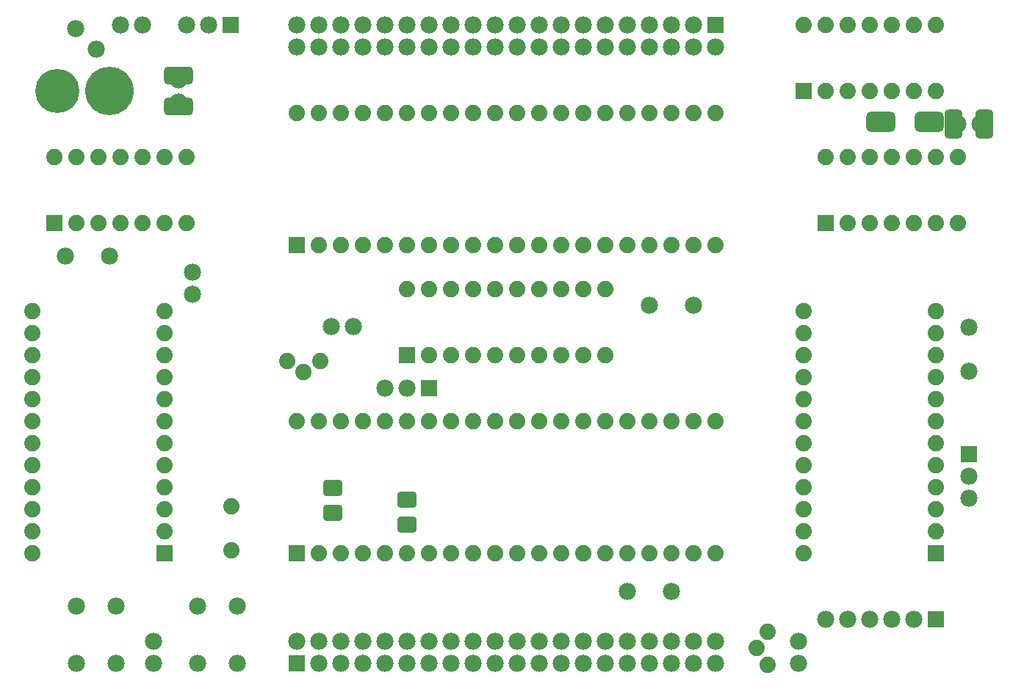
<source format=gts>
G04*
G04  File:            8048_BOARD.GTS, Tue Feb 07 20:34:03 2017*
G04  Source:          P-CAD 2006 PCB, Version 19.02.958*
G04  Format:          Gerber Format (RS-274-D), ASCII*
G04*
G04  Format Options:  Absolute Positioning*
G04                   Leading-Zero Suppression*
G04                   Scale Factor 1:1*
G04                   NO Circular Interpolation*
G04                   Millimeter Units*
G04                   Numeric Format: 4.4 (XXXX.XXXX)*
G04                   G54 NOT Used for Aperture Change*
G04                   Apertures Embedded*
G04*
G04  File Options:    Offset = (0.000mm,0.000mm)*
G04                   Drill Symbol Size = 2.032mm*
G04                   No Pad/Via Holes*
G04*
G04  File Contents:   Pads*
G04                   No Vias*
G04                   No Designators*
G04                   No Types*
G04                   No Values*
G04                   No Drill Symbols*
G04                   Top Mask*
G04*
%IN8048_BOARD.GTS*%
%ICAS*%
%MOMM*%
G04*
G04  Aperture MACROs for general use --- invoked via D-code assignment *
G04*
G04  General MACRO for flashed round with rotation and/or offset hole *
%AMROTOFFROUND*
1,1,$1,0.0000,0.0000*
1,0,$2,$3,$4*%
G04*
G04  General MACRO for flashed oval (obround) with rotation and/or offset hole *
%AMROTOFFOVAL*
21,1,$1,$2,0.0000,0.0000,$3*
1,1,$4,$5,$6*
1,1,$4,0-$5,0-$6*
1,0,$7,$8,$9*%
G04*
G04  General MACRO for flashed oval (obround) with rotation and no hole *
%AMROTOVALNOHOLE*
21,1,$1,$2,0.0000,0.0000,$3*
1,1,$4,$5,$6*
1,1,$4,0-$5,0-$6*%
G04*
G04  General MACRO for flashed rectangle with rotation and/or offset hole *
%AMROTOFFRECT*
21,1,$1,$2,0.0000,0.0000,$3*
1,0,$4,$5,$6*%
G04*
G04  General MACRO for flashed rectangle with rotation and no hole *
%AMROTRECTNOHOLE*
21,1,$1,$2,0.0000,0.0000,$3*%
G04*
G04  General MACRO for flashed rounded-rectangle *
%AMROUNDRECT*
21,1,$1,$2-$4,0.0000,0.0000,$3*
21,1,$1-$4,$2,0.0000,0.0000,$3*
1,1,$4,$5,$6*
1,1,$4,$7,$8*
1,1,$4,0-$5,0-$6*
1,1,$4,0-$7,0-$8*
1,0,$9,$10,$11*%
G04*
G04  General MACRO for flashed rounded-rectangle with rotation and no hole *
%AMROUNDRECTNOHOLE*
21,1,$1,$2-$4,0.0000,0.0000,$3*
21,1,$1-$4,$2,0.0000,0.0000,$3*
1,1,$4,$5,$6*
1,1,$4,$7,$8*
1,1,$4,0-$5,0-$6*
1,1,$4,0-$7,0-$8*%
G04*
G04  General MACRO for flashed regular polygon *
%AMREGPOLY*
5,1,$1,0.0000,0.0000,$2,$3+$4*
1,0,$5,$6,$7*%
G04*
G04  General MACRO for flashed regular polygon with no hole *
%AMREGPOLYNOHOLE*
5,1,$1,0.0000,0.0000,$2,$3+$4*%
G04*
G04  General MACRO for target *
%AMTARGET*
6,0,0,$1,$2,$3,4,$4,$5,$6*%
G04*
G04  General MACRO for mounting hole *
%AMMTHOLE*
1,1,$1,0,0*
1,0,$2,0,0*
$1=$1-$2*
$1=$1/2*
21,1,$2+$1,$3,0,0,$4*
21,1,$3,$2+$1,0,0,$4*%
G04*
G04*
G04  D10 : "Ellipse X0.254mm Y0.254mm H0.000mm 0.0deg (0.000mm,0.000mm) Draw"*
G04  Disc: OuterDia=0.2540*
%ADD10C, 0.2540*%
G04  D11 : "Ellipse X0.400mm Y0.400mm H0.000mm 0.0deg (0.000mm,0.000mm) Draw"*
G04  Disc: OuterDia=0.4000*
%ADD11C, 0.4000*%
G04  D12 : "Ellipse X0.500mm Y0.500mm H0.000mm 0.0deg (0.000mm,0.000mm) Draw"*
G04  Disc: OuterDia=0.5000*
%ADD12C, 0.5000*%
G04  D13 : "Ellipse X0.600mm Y0.600mm H0.000mm 0.0deg (0.000mm,0.000mm) Draw"*
G04  Disc: OuterDia=0.6000*
%ADD13C, 0.6000*%
G04  D14 : "Ellipse X0.100mm Y0.100mm H0.000mm 0.0deg (0.000mm,0.000mm) Draw"*
G04  Disc: OuterDia=0.1000*
%ADD14C, 0.1000*%
G04  D15 : "Ellipse X1.000mm Y1.000mm H0.000mm 0.0deg (0.000mm,0.000mm) Draw"*
G04  Disc: OuterDia=1.0000*
%ADD15C, 1.0000*%
G04  D16 : "Ellipse X0.102mm Y0.102mm H0.000mm 0.0deg (0.000mm,0.000mm) Draw"*
G04  Disc: OuterDia=0.1016*
%ADD16C, 0.1016*%
G04  D17 : "Ellipse X0.127mm Y0.127mm H0.000mm 0.0deg (0.000mm,0.000mm) Draw"*
G04  Disc: OuterDia=0.1270*
%ADD17C, 0.1270*%
G04  D18 : "Ellipse X1.500mm Y1.500mm H0.000mm 0.0deg (0.000mm,0.000mm) Draw"*
G04  Disc: OuterDia=1.5000*
%ADD18C, 1.5000*%
G04  D19 : "Ellipse X0.200mm Y0.200mm H0.000mm 0.0deg (0.000mm,0.000mm) Draw"*
G04  Disc: OuterDia=0.2000*
%ADD19C, 0.2000*%
G04  D20 : "Ellipse X2.000mm Y2.000mm H0.000mm 0.0deg (0.000mm,0.000mm) Draw"*
G04  Disc: OuterDia=2.0000*
%ADD20C, 2.0000*%
G04  D21 : "Ellipse X0.250mm Y0.250mm H0.000mm 0.0deg (0.000mm,0.000mm) Draw"*
G04  Disc: OuterDia=0.2500*
%ADD21C, 0.2500*%
G04  D22 : "Ellipse X4.700mm Y4.700mm H0.000mm 0.0deg (0.000mm,0.000mm) Flash"*
G04  Disc: OuterDia=4.7000*
%ADD22C, 4.7000*%
G04  D23 : "Ellipse X5.081mm Y5.081mm H0.000mm 0.0deg (0.000mm,0.000mm) Flash"*
G04  Disc: OuterDia=5.0810*
%ADD23C, 5.0810*%
G04  D24 : "Ellipse X5.200mm Y5.200mm H0.000mm 0.0deg (0.000mm,0.000mm) Flash"*
G04  Disc: OuterDia=5.2000*
%ADD24C, 5.2000*%
G04  D25 : "Ellipse X5.581mm Y5.581mm H0.000mm 0.0deg (0.000mm,0.000mm) Flash"*
G04  Disc: OuterDia=5.5810*
%ADD25C, 5.5810*%
G04  D26 : "Ellipse X1.500mm Y1.500mm H0.000mm 0.0deg (0.000mm,0.000mm) Flash"*
G04  Disc: OuterDia=1.5000*
%ADD26C, 1.5000*%
G04  D27 : "Ellipse X1.600mm Y1.600mm H0.000mm 0.0deg (0.000mm,0.000mm) Flash"*
G04  Disc: OuterDia=1.6000*
%ADD27C, 1.6000*%
G04  D28 : "Ellipse X1.881mm Y1.881mm H0.000mm 0.0deg (0.000mm,0.000mm) Flash"*
G04  Disc: OuterDia=1.8810*
%ADD28C, 1.8810*%
G04  D29 : "Ellipse X1.981mm Y1.981mm H0.000mm 0.0deg (0.000mm,0.000mm) Flash"*
G04  Disc: OuterDia=1.9810*
%ADD29C, 1.9810*%
G04  D30 : "Rounded Rectangle X3.000mm Y2.000mm H0.000mm 0.0deg (0.000mm,0.000mm) Flash"*
G04  RoundRct: DimX=3.0000, DimY=2.0000, CornerRad=0.5000, Rotation=0.0, OffsetX=0.0000, OffsetY=0.0000, HoleDia=0.0000 *
%ADD30ROUNDRECTNOHOLE, 3.0000 X2.0000 X0.0 X1.0000 X-1.0000 X-0.5000 X-1.0000 X0.5000*%
G04  D31 : "Rounded Rectangle X3.381mm Y2.381mm H0.000mm 0.0deg (0.000mm,0.000mm) Flash"*
G04  RoundRct: DimX=3.3810, DimY=2.3810, CornerRad=0.5953, Rotation=0.0, OffsetX=0.0000, OffsetY=0.0000, HoleDia=0.0000 *
%ADD31ROUNDRECTNOHOLE, 3.3810 X2.3810 X0.0 X1.1905 X-1.0953 X-0.5953 X-1.0953 X0.5953*%
G04  D32 : "Rounded Rectangle X1.500mm Y1.900mm H0.000mm 0.0deg (0.000mm,0.000mm) Flash"*
G04  RoundRct: DimX=1.5000, DimY=1.9000, CornerRad=0.3750, Rotation=0.0, OffsetX=0.0000, OffsetY=0.0000, HoleDia=0.0000 *
%ADD32ROUNDRECTNOHOLE, 1.5000 X1.9000 X0.0 X0.7500 X-0.3750 X-0.5750 X-0.3750 X0.5750*%
G04  D33 : "Rounded Rectangle X1.900mm Y1.500mm H0.000mm 0.0deg (0.000mm,0.000mm) Flash"*
G04  RoundRct: DimX=1.9000, DimY=1.5000, CornerRad=0.3750, Rotation=0.0, OffsetX=0.0000, OffsetY=0.0000, HoleDia=0.0000 *
%ADD33ROUNDRECTNOHOLE, 1.9000 X1.5000 X0.0 X0.7500 X-0.5750 X-0.3750 X-0.5750 X0.3750*%
G04  D34 : "Rounded Rectangle X1.700mm Y3.000mm H0.000mm 0.0deg (0.000mm,0.000mm) Flash"*
G04  RoundRct: DimX=1.7000, DimY=3.0000, CornerRad=0.4250, Rotation=0.0, OffsetX=0.0000, OffsetY=0.0000, HoleDia=0.0000 *
%ADD34ROUNDRECTNOHOLE, 1.7000 X3.0000 X0.0 X0.8500 X-0.4250 X-1.0750 X-0.4250 X1.0750*%
G04  D35 : "Rounded Rectangle X3.000mm Y1.700mm H0.000mm 0.0deg (0.000mm,0.000mm) Flash"*
G04  RoundRct: DimX=3.0000, DimY=1.7000, CornerRad=0.4250, Rotation=0.0, OffsetX=0.0000, OffsetY=0.0000, HoleDia=0.0000 *
%ADD35ROUNDRECTNOHOLE, 3.0000 X1.7000 X0.0 X0.8500 X-1.0750 X-0.4250 X-1.0750 X0.4250*%
G04  D36 : "Rounded Rectangle X1.881mm Y2.281mm H0.000mm 0.0deg (0.000mm,0.000mm) Flash"*
G04  RoundRct: DimX=1.8810, DimY=2.2810, CornerRad=0.4703, Rotation=0.0, OffsetX=0.0000, OffsetY=0.0000, HoleDia=0.0000 *
%ADD36ROUNDRECTNOHOLE, 1.8810 X2.2810 X0.0 X0.9405 X-0.4703 X-0.6703 X-0.4703 X0.6703*%
G04  D37 : "Rounded Rectangle X2.281mm Y1.881mm H0.000mm 0.0deg (0.000mm,0.000mm) Flash"*
G04  RoundRct: DimX=2.2810, DimY=1.8810, CornerRad=0.4703, Rotation=0.0, OffsetX=0.0000, OffsetY=0.0000, HoleDia=0.0000 *
%ADD37ROUNDRECTNOHOLE, 2.2810 X1.8810 X0.0 X0.9405 X-0.6703 X-0.4703 X-0.6703 X0.4703*%
G04  D38 : "Rounded Rectangle X2.081mm Y3.381mm H0.000mm 0.0deg (0.000mm,0.000mm) Flash"*
G04  RoundRct: DimX=2.0810, DimY=3.3810, CornerRad=0.5202, Rotation=0.0, OffsetX=0.0000, OffsetY=0.0000, HoleDia=0.0000 *
%ADD38ROUNDRECTNOHOLE, 2.0810 X3.3810 X0.0 X1.0405 X-0.5202 X-1.1703 X-0.5202 X1.1703*%
G04  D39 : "Rounded Rectangle X3.381mm Y2.081mm H0.000mm 0.0deg (0.000mm,0.000mm) Flash"*
G04  RoundRct: DimX=3.3810, DimY=2.0810, CornerRad=0.5202, Rotation=0.0, OffsetX=0.0000, OffsetY=0.0000, HoleDia=0.0000 *
%ADD39ROUNDRECTNOHOLE, 3.3810 X2.0810 X0.0 X1.0405 X-1.1703 X-0.5202 X-1.1703 X0.5202*%
G04  D40 : "Rectangle X1.500mm Y1.500mm H0.000mm 0.0deg (0.000mm,0.000mm) Flash"*
G04  Square: Side=1.5000, Rotation=0.0, OffsetX=0.0000, OffsetY=0.0000, HoleDia=0.0000*
%ADD40R, 1.5000 X1.5000*%
G04  D41 : "Rectangle X1.600mm Y1.600mm H0.000mm 0.0deg (0.000mm,0.000mm) Flash"*
G04  Square: Side=1.6000, Rotation=0.0, OffsetX=0.0000, OffsetY=0.0000, HoleDia=0.0000*
%ADD41R, 1.6000 X1.6000*%
G04  D42 : "Rectangle X1.881mm Y1.881mm H0.000mm 0.0deg (0.000mm,0.000mm) Flash"*
G04  Square: Side=1.8810, Rotation=0.0, OffsetX=0.0000, OffsetY=0.0000, HoleDia=0.0000*
%ADD42R, 1.8810 X1.8810*%
G04  D43 : "Rectangle X1.981mm Y1.981mm H0.000mm 0.0deg (0.000mm,0.000mm) Flash"*
G04  Square: Side=1.9810, Rotation=0.0, OffsetX=0.0000, OffsetY=0.0000, HoleDia=0.0000*
%ADD43R, 1.9810 X1.9810*%
G04  D44 : "Ellipse X4.500mm Y4.500mm H0.000mm 0.0deg (0.000mm,0.000mm) Flash"*
G04  Disc: OuterDia=4.5000*
%ADD44C, 4.5000*%
G04  D45 : "Ellipse X4.881mm Y4.881mm H0.000mm 0.0deg (0.000mm,0.000mm) Flash"*
G04  Disc: OuterDia=4.8810*
%ADD45C, 4.8810*%
G04  D46 : "Ellipse X1.000mm Y1.000mm H0.000mm 0.0deg (0.000mm,0.000mm) Flash"*
G04  Disc: OuterDia=1.0000*
%ADD46C, 1.0000*%
G04  D47 : "Ellipse X1.381mm Y1.381mm H0.000mm 0.0deg (0.000mm,0.000mm) Flash"*
G04  Disc: OuterDia=1.3810*
%ADD47C, 1.3810*%
G04*
%FSLAX44Y44*%
%SFA1B1*%
%OFA0.000B0.000*%
G04*
G71*
G90*
G01*
D2*
%LNTop Mask*%
D29*
X749300Y2095500D3*
X698500D3*
X734000Y2334000D3*
X800100Y1651000D3*
Y1625600D3*
X1030000Y2014000D3*
X1004600D3*
D37*
X1092000Y1814000D3*
Y1785000D3*
D29*
X1346200Y1708150D3*
X1397000D3*
X1422400Y2038350D3*
X1739900Y1962150D3*
Y2012950D3*
X710000Y2358000D3*
D37*
X1006000Y1828000D3*
Y1799000D3*
D43*
X1117600Y1943100D3*
D29*
X1066800D3*
X1092200D3*
X1543050Y1625600D3*
Y1651000D3*
D28*
X1508000Y1624000D3*
X1495300Y1643050D3*
X1508000Y1662100D3*
D29*
X1371600Y2038350D3*
D38*
X1722220Y2248000D3*
D29*
X1727300D3*
D38*
X1757780D3*
D29*
X1752700D3*
D31*
X1694000Y2250000D3*
D28*
X1701620D3*
D31*
X1638120D3*
D28*
X1630500D3*
D29*
X711200Y1625600D3*
X756920D3*
X711200Y1691640D3*
X756920D3*
X850900Y1625600D3*
X896620D3*
X850900Y1691640D3*
X896620D3*
D28*
X890000Y1806800D3*
Y1756000D3*
D29*
X844550Y2076450D3*
Y2051050D3*
X787400Y2362200D3*
X762000D3*
D43*
X889000D3*
D29*
X838200D3*
X863600D3*
D39*
X828450Y2303780D3*
D29*
Y2298700D3*
D39*
Y2268220D3*
D29*
Y2273300D3*
D28*
X812800Y2133600D3*
X838200D3*
X736600D3*
X762000D3*
D42*
X685800D3*
D28*
X812800Y2209800D3*
X838200D3*
X762000D3*
X736600D3*
X685800D3*
X787400Y2133600D3*
X711200D3*
X787400Y2209800D3*
X711200D3*
X812800Y2006600D3*
Y2032000D3*
Y1930400D3*
Y1955800D3*
Y1854200D3*
Y1879600D3*
Y1778000D3*
Y1803400D3*
X660400Y2032000D3*
Y2006600D3*
Y1930400D3*
Y1955800D3*
Y1854200D3*
Y1879600D3*
Y1778000D3*
Y1803400D3*
X812800Y1981200D3*
Y1905000D3*
D42*
Y1752600D3*
D28*
Y1828800D3*
X660400Y1981200D3*
Y1905000D3*
Y1828800D3*
Y1752600D3*
D43*
X1739900Y1866900D3*
D29*
Y1816100D3*
Y1841500D3*
D28*
X1295400Y1981200D3*
X1320800D3*
X1219200D3*
X1244600D3*
X1143000D3*
X1168400D3*
D42*
X1092200D3*
D28*
X1295400Y2057400D3*
X1320800D3*
X1219200D3*
X1244600D3*
X1143000D3*
X1168400D3*
X1092200D3*
X1270000Y1981200D3*
X1193800D3*
X1117600D3*
X1270000Y2057400D3*
X1193800D3*
X1117600D3*
X992000Y1974000D3*
X972950Y1961300D3*
X953900Y1974000D3*
D23*
X688650Y2286000D3*
D25*
X748650D3*
D29*
X1676400Y1676400D3*
X1651000D3*
X1574800D3*
X1600200D3*
D43*
X1701800D3*
D29*
X1625600D3*
D28*
X1676400Y2286000D3*
X1701800D3*
X1600200D3*
X1625600D3*
D42*
X1549400D3*
D28*
X1676400Y2362200D3*
X1701800D3*
X1625600D3*
X1600200D3*
X1549400D3*
X1651000Y2286000D3*
X1574800D3*
X1651000Y2362200D3*
X1574800D3*
X1701800Y2133600D3*
X1727200D3*
X1625600D3*
X1651000D3*
D42*
X1574800D3*
D28*
X1701800Y2209800D3*
X1727200D3*
X1651000D3*
X1625600D3*
X1574800D3*
X1676400Y2133600D3*
X1600200D3*
X1676400Y2209800D3*
X1600200D3*
X1701800Y2006600D3*
Y2032000D3*
Y1930400D3*
Y1955800D3*
Y1854200D3*
Y1879600D3*
Y1778000D3*
Y1803400D3*
X1549400Y2032000D3*
Y2006600D3*
Y1930400D3*
Y1955800D3*
Y1854200D3*
Y1879600D3*
Y1778000D3*
Y1803400D3*
X1701800Y1981200D3*
Y1905000D3*
D42*
Y1752600D3*
D28*
Y1828800D3*
X1549400Y1981200D3*
Y1905000D3*
Y1828800D3*
Y1752600D3*
D29*
X965200Y2336800D3*
X1041400D3*
X1016000D3*
X1117600D3*
X1092200D3*
X1193800D3*
X1168400D3*
X1270000D3*
X1244600D3*
X1346200D3*
X1320800D3*
X1422400D3*
X1397000D3*
X1219200D3*
X1143000D3*
X1066800D3*
X990600D3*
X1447800D3*
X1371600D3*
X1295400D3*
X965200Y2362200D3*
X1041400D3*
X1016000D3*
X1117600D3*
X1092200D3*
X1193800D3*
X1168400D3*
X1270000D3*
X1244600D3*
X1346200D3*
X1320800D3*
X1422400D3*
X1397000D3*
X1219200D3*
X1143000D3*
X1066800D3*
X990600D3*
D43*
X1447800D3*
D29*
X1371600D3*
X1295400D3*
D28*
X1447800Y2108200D3*
X1371600D3*
X1397000D3*
X1295400D3*
X1320800D3*
X1219200D3*
X1244600D3*
X1143000D3*
X1168400D3*
X1066800D3*
X1092200D3*
X990600D3*
X1016000D3*
X1447800Y2260600D3*
X1371600D3*
X1397000D3*
X1295400D3*
X1320800D3*
X1219200D3*
X1244600D3*
X1143000D3*
X1168400D3*
X1066800D3*
X1092200D3*
X990600D3*
X1016000D3*
X1193800Y2108200D3*
X1270000D3*
X1346200D3*
X1422400D3*
D42*
X965200D3*
D28*
X1041400D3*
X1117600D3*
X1193800Y2260600D3*
X1270000D3*
X1346200D3*
X1422400D3*
X965200D3*
X1041400D3*
X1117600D3*
X1447800Y1752600D3*
X1371600D3*
X1397000D3*
X1295400D3*
X1320800D3*
X1219200D3*
X1244600D3*
X1143000D3*
X1168400D3*
X1066800D3*
X1092200D3*
X990600D3*
X1016000D3*
X1447800Y1905000D3*
X1371600D3*
X1397000D3*
X1295400D3*
X1320800D3*
X1219200D3*
X1244600D3*
X1143000D3*
X1168400D3*
X1066800D3*
X1092200D3*
X990600D3*
X1016000D3*
X1193800Y1752600D3*
X1270000D3*
X1346200D3*
X1422400D3*
D42*
X965200D3*
D28*
X1041400D3*
X1117600D3*
X1193800Y1905000D3*
X1270000D3*
X1346200D3*
X1422400D3*
X965200D3*
X1041400D3*
X1117600D3*
D29*
X1447800Y1651000D3*
X1371600D3*
X1397000D3*
X1295400D3*
X1320800D3*
X1219200D3*
X1244600D3*
X1143000D3*
X1168400D3*
X1066800D3*
X1092200D3*
X990600D3*
X1016000D3*
X1193800D3*
X1270000D3*
X1346200D3*
X1422400D3*
X965200D3*
X1041400D3*
X1117600D3*
X1447800Y1625600D3*
X1371600D3*
X1397000D3*
X1295400D3*
X1320800D3*
X1219200D3*
X1244600D3*
X1143000D3*
X1168400D3*
X1066800D3*
X1092200D3*
X990600D3*
X1016000D3*
X1193800D3*
X1270000D3*
X1346200D3*
X1422400D3*
D43*
X965200D3*
D29*
X1041400D3*
X1117600D3*
D02M02*

</source>
